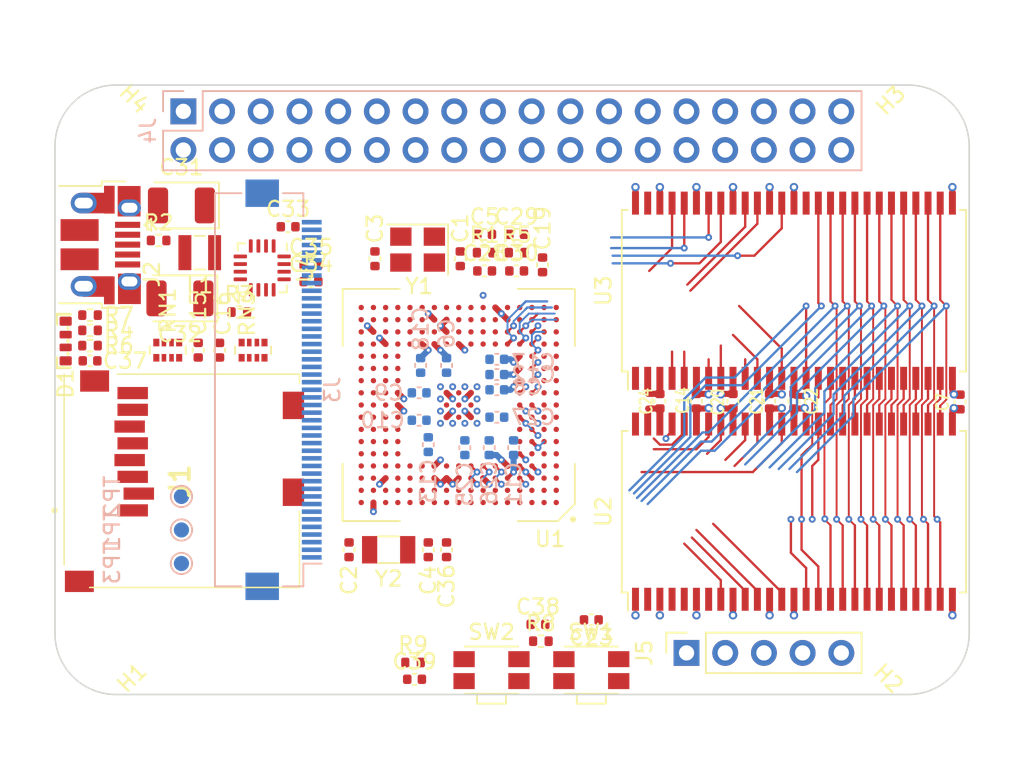
<source format=kicad_pcb>
(kicad_pcb (version 20211014) (generator pcbnew)
  (layers (0 "F.Cu" signal) (1 "In1.Cu" signal) (2 "In2.Cu" signal) (31 "B.Cu" signal) (34 "B.Paste" user) (35 "F.Paste" user) (36 "B.SilkS" user "B.Silkscreen") (37 "F.SilkS" user "F.Silkscreen") (38 "B.Mask" user) (39 "F.Mask" user) (44 "Edge.Cuts" user))
  (net 0 "")
  (net 1 "ad16")
  (net 2 "ad14")
  (net 3 "ad12")
  (net 6 "ad9")
  (net 7 "ad6")
  (net 11 "ad3")
  (net 16 "ad2")
  (net 21 "USBA-D-")
  (net 22 "USBA-D+")
  (net 26 "~{RST}")
  (net 29 "USBC-D-")
  (net 30 "VDD-CORE")
  (net 32 "USBC-D+")
  (net 33 "USBB-D-")
  (net 34 "USBB-D+")
  (net 35 "PMIC_SHDN")
  (net 38 "Net-(C5-Pad1)")
  (net 39 "/CPU Signals/hse-in")
  (net 40 "Net-(C29-Pad1)")
  (net 41 "/CPU Signals/lse-in")
  (net 49 "GND")
  (net 50 "/CPU Signals/hse-out")
  (net 51 "/CPU Signals/lse-out")
  (net 52 "/CPU Signals/pllrca")
  (net 53 "/CPU Signals/pllrcb")
  (net 56 "SDIO0-CD")
  (net 57 "SDIO0-DAT1")
  (net 58 "SDIO0-CLK")
  (net 59 "SDIO0-DAT2")
  (net 60 "SDIO0-CMD")
  (net 61 "SDIO0-DAT3")
  (net 62 "SDIO0-DAT0")
  (net 63 "DBG-TXD")
  (net 64 "DBG-RXD")
  (net 65 "VBUS")
  (net 67 "UART0-TX")
  (net 70 "/SDRAM/sdcs")
  (net 72 "UART0-RX")
  (net 75 "GPIO1")
  (net 77 "UART1-TX")
  (net 78 "UART1-RX")
  (net 79 "I2C-SCL")
  (net 80 "I2C-SDA")
  (net 81 "GPIO3")
  (net 82 "GPIO2")
  (net 83 "UART2-TX")
  (net 84 "UART2-RX")
  (net 85 "GPIO4")
  (net 86 "SPI-CLK")
  (net 87 "SPI-CS")
  (net 88 "SPI-MOSI")
  (net 89 "SPI-MISO")
  (net 95 "CAN-TX")
  (net 96 "CAN-RX")
  (net 97 "GPIOA1")
  (net 98 "GPIOA2")
  (net 99 "GPIOA3")
  (net 100 "GPIOA4")
  (net 101 "GPIOA5")
  (net 104 "ad15")
  (net 105 "ad13")
  (net 106 "ad11")
  (net 107 "ad7")
  (net 114 "ad4")
  (net 115 "ad1")
  (net 116 "ad17")
  (net 117 "ad8")
  (net 122 "/SDRAM/nbs1")
  (net 123 "ad10")
  (net 126 "ad5")
  (net 127 "ad0")
  (net 128 "/SDRAM/sda10")
  (net 130 "/SDRAM/sdcke")
  (net 132 "/SDRAM/ras")
  (net 133 "/SDRAM/nbs3")
  (net 134 "/SDRAM/sdwe")
  (net 135 "/SDRAM/sdck")
  (net 139 "/SDRAM/cas")
  (net 164 "dq0")
  (net 165 "dq1")
  (net 166 "dq2")
  (net 167 "dq3")
  (net 168 "dq4")
  (net 169 "dq5")
  (net 170 "dq6")
  (net 171 "dq8")
  (net 172 "dq10")
  (net 173 "dq7")
  (net 174 "dq9")
  (net 175 "dq11")
  (net 176 "dq12")
  (net 177 "dq13")
  (net 178 "dq15")
  (net 179 "dq18")
  (net 180 "dq14")
  (net 181 "dq17")
  (net 182 "dq31")
  (net 183 "dq16")
  (net 184 "dq30")
  (net 185 "dq22")
  (net 186 "dq24")
  (net 187 "dq28")
  (net 188 "dq19")
  (net 189 "dq21")
  (net 190 "dq27")
  (net 191 "dq29")
  (net 192 "dq20")
  (net 193 "dq23")
  (net 194 "dq26")
  (net 195 "dq25")
  (net 197 "VDD-DDR")
  (net 198 "VDD-IO")
  (net 206 "LCD-VDD")
  (net 207 "LCD-D0")
  (net 208 "LCD-D1")
  (net 209 "LCD-D2")
  (net 210 "LCD-D3")
  (net 211 "LCD-D4")
  (net 212 "LCD-D5")
  (net 213 "LCD-D6")
  (net 214 "LCD-D7")
  (net 215 "LCD-D8")
  (net 216 "LCD-D9")
  (net 217 "LCD-D10")
  (net 218 "LCD-D11")
  (net 219 "LCD-D12")
  (net 220 "LCD-D13")
  (net 221 "LCD-D14")
  (net 222 "LCD-D15")
  (net 223 "LCD-D16")
  (net 224 "LCD-D17")
  (net 225 "LCD-ENABLE")
  (net 226 "LCD-HSYNC")
  (net 227 "LCD-DCLK")
  (net 228 "LCD-VSYNC")
  (net 229 "Net-(C33-Pad1)")
  (net 231 "Net-(C34-Pad1)")
  (net 232 "Net-(C35-Pad1)")
  (net 233 "Net-(L1-Pad1)")
  (net 234 "Net-(L1-Pad2)")
  (net 235 "Net-(R2-Pad2)")
  (net 241 "Net-(C38-Pad1)")
  (net 242 "Net-(C39-Pad1)")
  (net 243 "Net-(D1-Pad1)")
  (net 244 "Net-(D1-Pad2)")
  (net 245 "Net-(D1-Pad3)")
  (net 246 "LED_RED")
  (net 247 "LED_GREEN")
  (net 248 "LED_BLUE")
  (net 249 "BTN_1")
  (net 250 "BTN_2")
  (footprint "Capacitor_SMD:C_0402_1005Metric" (layer "F.Cu") (at 119.3 90.5 -90)
    (fp_text reference "C2")
    (fp_text value "C_Small")
  )
  (footprint "microchip:QFN-16_3x3mm_P0.5mm" (layer "F.Cu") (at 113.6 72 -90)
    (fp_text reference "U4")
    (fp_text value "MIC2800")
  )
  (footprint "led:rgb-1204" (layer "F.Cu") (at 100.2 76.8 90)
    (fp_text reference "D1")
    (fp_text value "LED_RGBA")
  )
  (footprint "Capacitor_SMD:C_0402_1005Metric" (layer "F.Cu") (at 123.6 99)
    (fp_text reference "C39")
    (fp_text value "100nF")
  )
  (footprint "Capacitor_SMD:C_0402_1005Metric" (layer "F.Cu") (at 126.6 71.4 90)
    (fp_text reference "C1")
    (fp_text value "22pF")
  )
  (footprint "Capacitor_SMD:C_0402_1005Metric" (layer "F.Cu") (at 131.7 95.4)
    (fp_text reference "C38")
    (fp_text value "100nF")
  )
  (footprint "Resistor_SMD:R_0402_1005Metric" (layer "F.Cu") (at 102.3 77.1 180)
    (fp_text reference "R6")
    (fp_text value "180")
  )
  (footprint "MountingHole:MountingHole_2.7mm_M2.5_DIN965" (layer "F.Cu") (at 157 97 135)
    (fp_text reference "H2")
    (fp_text value "MountingHole")
  )
  (footprint "Capacitor_SMD:C_0402_1005Metric" (layer "F.Cu") (at 128.2 69.8)
    (fp_text reference "C5")
    (fp_text value "~")
  )
  (footprint "Inductor_SMD:L_Wuerth_MAPI-2512" (layer "F.Cu") (at 109.5 71 180)
    (fp_text reference "L1")
    (fp_text value "2.2uH")
  )
  (footprint "Capacitor_Tantalum_SMD:CP_EIA-3528-12_Kemet-T" (layer "F.Cu") (at 108.3 67.9 180)
    (fp_text reference "C31")
    (fp_text value "22uF")
  )
  (footprint "Crystal:Crystal_SMD_3215-2Pin_3.2x1.5mm" (layer "F.Cu") (at 121.9 90.5)
    (fp_text reference "Y2")
    (fp_text value "32.768kHz")
  )
  (footprint "Resistor_SMD:R_0402_1005Metric" (layer "F.Cu") (at 102.3 76.1 180)
    (fp_text reference "R4")
    (fp_text value "180")
  )
  (footprint "MountingHole:MountingHole_2.7mm_M2.5_DIN965" (layer "F.Cu") (at 157 63 45)
    (fp_text reference "H3")
    (fp_text value "MountingHole")
  )
  (footprint "Button_Switch_SMD:SW_SPST_EVQP7C" (layer "F.Cu") (at 135.2 98.4)
    (fp_text reference "SW1")
    (fp_text value "SW_Push")
  )
  (footprint "Capacitor_SMD:C_0402_1005Metric" (layer "F.Cu") (at 124.5 90.5 -90)
    (fp_text reference "C4")
    (fp_text value "C_Small")
  )
  (footprint "Capacitor_SMD:C_0402_1005Metric" (layer "F.Cu") (at 116.8 72.9)
    (fp_text reference "C34")
    (fp_text value "10nF")
  )
  (footprint "Package_SO:TSOP-II-54_22.2x10.16mm_P0.8mm" (layer "F.Cu") (at 148.5 73.5 90)
    (fp_text reference "U3")
    (fp_text value "MT48LC16M16A2P")
  )
  (footprint "Resistor_SMD:R_0402_1005Metric" (layer "F.Cu") (at 128.2 71)
    (fp_text reference "R1")
    (fp_text value "~")
  )
  (footprint "Capacitor_SMD:C_0402_1005Metric" (layer "F.Cu") (at 139.7 80.75 -90)
    (fp_text reference "C24")
    (fp_text value "100nF")
  )
  (footprint "Capacitor_SMD:C_0402_1005Metric" (layer "F.Cu") (at 121 71.4 90)
    (fp_text reference "C3")
    (fp_text value "22pF")
  )
  (footprint "Capacitor_SMD:C_0402_1005Metric" (layer "F.Cu") (at 115.3 69.3)
    (fp_text reference "C33")
    (fp_text value "100nF")
  )
  (footprint "Capacitor_SMD:C_0402_1005Metric" (layer "F.Cu") (at 116.8 71.8)
    (fp_text reference "C35")
    (fp_text value "100nF")
  )
  (footprint "Resistor_SMD:R_0402_1005Metric" (layer "F.Cu") (at 102.3 75.1 180)
    (fp_text reference "R7")
    (fp_text value "180")
  )
  (footprint "Capacitor_SMD:C_0402_1005Metric" (layer "F.Cu") (at 110.8 77.4 90)
    (fp_text reference "C16")
    (fp_text value "100nF")
  )
  (footprint "Resistor_SMD:R_0402_1005Metric" (layer "F.Cu") (at 130.3 71)
    (fp_text reference "R5")
    (fp_text value "~")
  )
  (footprint "Package_SO:TSOP-II-54_22.2x10.16mm_P0.8mm" (layer "F.Cu") (at 148.5 88 90)
    (fp_text reference "U2")
    (fp_text value "MT48LC16M16A2P")
  )
  (footprint "Connector_PinSocket_2.54mm:PinSocket_1x05_P2.54mm_Vertical" (layer "F.Cu") (at 141.45 97.27 90)
    (fp_text reference "J5")
    (fp_text value "Conn_01x05")
  )
  (footprint "Button_Switch_SMD:SW_SPST_EVQP7C" (layer "F.Cu") (at 128.65 98.4)
    (fp_text reference "SW2")
    (fp_text value "SW_Push")
  )
  (footprint "Capacitor_SMD:C_0402_1005Metric" (layer "F.Cu") (at 132 71.8 90)
    (fp_text reference "C19")
    (fp_text value "100nF")
  )
  (footprint "MountingHole:MountingHole_2.7mm_M2.5_DIN965" (layer "F.Cu") (at 103 97 45)
    (fp_text reference "H1")
    (fp_text value "MountingHole")
  )
  (footprint "Capacitor_Tantalum_SMD:CP_EIA-3528-12_Kemet-T" (layer "F.Cu") (at 108.2 74 180)
    (fp_text reference "C32")
    (fp_text value "22uF")
  )
  (footprint "Capacitor_SMD:C_0402_1005Metric" (layer "F.Cu") (at 125.7 90.5 -90)
    (fp_text reference "C36")
    (fp_text value "100nF")
  )
  (footprint "Crystal:Crystal_SMD_3225-4Pin_3.2x2.5mm" (layer "F.Cu") (at 123.8 70.8 180)
    (fp_text reference "Y1")
    (fp_text value "18.432MHz")
  )
  (footprint "Resistor_SMD:R_0402_1005Metric" (layer "F.Cu") (at 106.8 70.2)
    (fp_text reference "R2")
    (fp_text value "R_Small")
  )
  (footprint "Capacitor_SMD:C_0402_1005Metric" (layer "F.Cu") (at 130.3 72.2)
    (fp_text reference "C30")
    (fp_text value "~")
  )
  (footprint "Capacitor_SMD:C_0402_1005Metric" (layer "F.Cu") (at 128.2 72.2)
    (fp_text reference "C28")
    (fp_text value "~")
  )
  (footprint "Capacitor_SMD:C_0402_1005Metric" (layer "F.Cu") (at 130.3 69.8)
    (fp_text reference "C29")
    (fp_text value "~")
  )
  (footprint "Capacitor_SMD:C_0402_1005Metric" (layer "F.Cu") (at 159.4 80.8 -90)
    (fp_text reference "C7")
    (fp_text value "100nF")
  )
  (footprint "Connector_USB:USB_Micro-B_Amphenol_10103594-0001LF_Horizontal" (layer "F.Cu") (at 103 70.5 -90)
    (fp_text reference "J2")
    (fp_text value "USB_B_Micro")
  )
  (footprint "Resistor_SMD:R_Array_Convex_4x0402" (layer "F.Cu") (at 107.4 77.4 90)
    (fp_text reference "RN1")
    (fp_text value "10k")
  )
  (footprint "Resistor_SMD:R_Array_Convex_4x0402" (layer "F.Cu") (at 113 77.4 90)
    (fp_text reference "RN3")
    (fp_text value "10k")
  )
  (footprint "Capacitor_SMD:C_0402_1005Metric" (layer "F.Cu") (at 135.2 95.1 180)
    (fp_text reference "C23")
    (fp_text value "100nF")
  )
  (footprint "Capacitor_SMD:C_0402_1005Metric" (layer "F.Cu") (at 146.9 80.75 90)
    (fp_text reference "C21")
    (fp_text value "100nF")
  )
  (footprint "gct:MEM20610118800A" (layer "F.Cu") (at 105.1 80.215 -90)
    (fp_text reference "J1")
    (fp_text value "Micro_SD_Card_Det" hide)
  )
  (footprint "MountingHole:MountingHole_2.7mm_M2.5_DIN965" (layer "F.Cu") (at 103 63 -45)
    (fp_text reference "H4")
    (fp_text value "MountingHole")
  )
  (footprint "Resistor_SMD:R_0402_1005Metric" (layer "F.Cu") (at 123.5 97.9)
    (fp_text reference "R9")
    (fp_text value "1k")
  )
  (footprint "Capacitor_SMD:C_0402_1005Metric" (layer "F.Cu") (at 142.1 80.75 90)
    (fp_text reference "C14")
    (fp_text value "100nF")
  )
  (footprint "Resistor_SMD:R_0402_1005Metric" (layer "F.Cu") (at 131.89 96.5)
    (fp_text reference "R8")
    (fp_text value "1k")
  )
  (footprint "microchip:AT91SAM9G10" (layer "F.Cu") (at 126.5 81 180)
    (fp_text reference "U1")
    (fp_text value "AT91SAM9G10")
  )
  (footprint "Resistor_SMD:R_0402_1005Metric" (layer "F.Cu") (at 112.1 74.9)
    (fp_text reference "R3")
    (fp_text value "R_Small")
  )
  (footprint "Capacitor_SMD:C_0402_1005Metric" (layer "F.Cu") (at 144.5 80.75 -90)
    (fp_text reference "C20")
    (fp_text value "100nF")
  )
  (footprint "Capacitor_SMD:C_0402_1005Metric" (layer "F.Cu") (at 102.3 78.1)
    (fp_text reference "C37")
    (fp_text value "1uF")
  )
  (footprint "Capacitor_SMD:C_0402_1005Metric" (layer "F.Cu") (at 148.5 80.75 -90)
    (fp_text reference "C22")
    (fp_text value "100nF")
  )
  (footprint "Capacitor_SMD:C_0402_1005Metric" (layer "F.Cu") (at 109.4 77.4 90)
    (fp_text reference "C15")
    (fp_text value "1uF")
  )
  (footprint "Capacitor_SMD:C_0402_1005Metric" (layer "B.Cu") (at 125.7 78.4 -90)
    (fp_text reference "C6")
    (fp_text value "100nF")
  )
  (footprint "Capacitor_SMD:C_0402_1005Metric" (layer "B.Cu") (at 129 79 180)
    (fp_text reference "C12")
    (fp_text value "100nF")
  )
  (footprint "Capacitor_SMD:C_0402_1005Metric" (layer "B.Cu") (at 126.9 83.8 90)
    (fp_text reference "C25")
    (fp_text value "100nF")
  )
  (footprint "Capacitor_SMD:C_0402_1005Metric" (layer "B.Cu") (at 123.9 82)
    (fp_text reference "C10")
    (fp_text value "100nF")
  )
  (footprint "Capacitor_SMD:C_0402_1005Metric" (layer "B.Cu") (at 129 78 180)
    (fp_text reference "C17")
    (fp_text value "100nF")
  )
  (footprint "Capacitor_SMD:C_0402_1005Metric" (layer "B.Cu") (at 130.1 83.8 90)
    (fp_text reference "C11")
    (fp_text value "100nF")
  )
  (footprint "Capacitor_SMD:C_0402_1005Metric" (layer "B.Cu") (at 124.5 83.6 90)
    (fp_text reference "C13")
    (fp_text value "100nF")
  )
  (footprint "Capacitor_SMD:C_0402_1005Metric" (layer "B.Cu") (at 129 81.8 180)
    (fp_text reference "C27")
    (fp_text value "100nF")
  )
  (footprint "Connector_PinHeader_2.54mm:PinHeader_2x18_P2.54mm_Vertical" (layer "B.Cu") (at 108.425 61.725 -90)
    (fp_text reference "J4")
    (fp_text value "Conn_02x18_Odd_Even")
  )
  (footprint "Capacitor_SMD:C_0402_1005Metric" (layer "B.Cu") (at 128.5 83.8 90)
    (fp_text reference "C26")
    (fp_text value "100nF")
  )
  (footprint "Capacitor_SMD:C_0402_1005Metric" (layer "B.Cu") (at 124 78.4 -90)
    (fp_text reference "C18")
    (fp_text value "100nF")
  )
  (footprint "Capacitor_SMD:C_0402_1005Metric" (layer "B.Cu") (at 123.9 80.2)
    (fp_text reference "C9")
    (fp_text value "100nF")
  )
  (footprint "TestPoint:TestPoint_Pad_D1.0mm" (layer "B.Cu") (at 108.3 91.4 90)
    (fp_text reference "TP3")
    (fp_text value "TestPoint")
  )
  (footprint "TestPoint:TestPoint_Pad_D1.0mm" (layer "B.Cu") (at 108.3 87 90)
    (fp_text reference "TP2")
    (fp_text value "TestPoint")
  )
  (footprint "Capacitor_SMD:C_0402_1005Metric" (layer "B.Cu") (at 129 80 180)
    (fp_text reference "C8")
    (fp_text value "100nF")
  )
  (footprint "Connector_FFC-FPC:Hirose_FH12-45S-0.5SH_1x45-1MP_P0.50mm_Horizontal" (layer "B.Cu") (at 115 80 90)
    (fp_text reference "J3")
    (fp_text value "Conn_2Rows-45Pins")
  )
  (footprint "TestPoint:TestPoint_Pad_D1.0mm" (layer "B.Cu") (at 108.3 89.2 90)
    (fp_text reference "TP1")
    (fp_text value "TestPoint")
  )
  (gr_line (start 100 64) (end 100 96) (layer "Edge.Cuts") (width 0.1))
  (gr_line (start 156 100) (end 104 100) (layer "Edge.Cuts") (width 0.1))
  (gr_arc (start 100 64) (mid 101.171573 61.171573) (end 104 60) (layer "Edge.Cuts") (width 0.1))
  (gr_arc (start 156 60) (mid 158.828427 61.171573) (end 160 64) (layer "Edge.Cuts") (width 0.1))
  (gr_arc (start 160 96) (mid 158.828427 98.828427) (end 156 100) (layer "Edge.Cuts") (width 0.1))
  (gr_line (start 104 60) (end 156 60) (layer "Edge.Cuts") (width 0.1))
  (gr_line (start 160 64) (end 160 96) (layer "Edge.Cuts") (width 0.1))
  (gr_arc (start 104 100) (mid 101.171573 98.828427) (end 100 96) (layer "Edge.Cuts") (width 0.1))
  (segment (start 152.9 81) (end 153.3 80.6) (width 0.127) (layer "F.Cu") (net 1))
  (segment (start 153.3 88.9) (end 152.9 88.5) (width 0.127) (layer "F.Cu") (net 1))
  (segment (start 152.9 88.5) (end 152.9 81) (width 0.127) (layer "F.Cu") (net 1))
  (segment (start 153.3 93.75) (end 153.3 88.9) (width 0.154) (layer "F.Cu") (net 1))
  (segment (start 153.3 79.25) (end 153.3 80.6) (width 0.154) (layer "F.Cu") (net 1))
  (via (at 152.9 88.5) (size 0.45) (drill 0.2) (layers "F.Cu" "B.Cu") (net 1))
  (segment (start 152.8 74.5) (end 152.5 74.2) (width 0.127) (layer "F.Cu") (net 2))
  (segment (start 152.9 80.6) (end 152.9 74.6) (width 0.127) (layer "F.Cu") (net 2))
  (segment (start 152.9 74.6) (end 152.8 74.5) (width 0.127) (layer "F.Cu") (net 2))
  (segment (start 152.5 67.75) (end 152.5 74.2) (width 0.154) (layer "F.Cu") (net 2))
  (segment (start 152.5 82.25) (end 152.5 81) (width 0.154) (layer "F.Cu") (net 2))
  (segment (start 152.5 81) (end 152.9 80.6) (width 0.127) (layer "F.Cu") (net 2))
  (via (at 152.8 74.5) (size 0.45) (drill 0.2) (layers "F.Cu" "B.Cu") (net 2))
  (segment (start 142.4 84) (end 138.9 87.5) (width 0.154) (layer "B.Cu") (net 2))
  (segment (start 152.8 74.5) (end 143.3 84) (width 0.154) (layer "B.Cu") (net 2))
  (segment (start 143.3 84) (end 142.4 84) (width 0.154) (layer "B.Cu") (net 2))
  (segment (start 155.7 81) (end 156.1 80.6) (width 0.127) (layer "F.Cu") (net 6))
  (segment (start 156.1 80.6) (end 156.1 74.5) (width 0.127) (layer "F.Cu") (net 6))
  (segment (start 155.7 82.25) (end 155.7 81) (width 0.154) (layer "F.Cu") (net 6))
  (segment (start 155.7 74.1) (end 155.7 67.75) (width 0.154) (layer "F.Cu") (net 6))
  (segment (start 156.1 74.5) (end 155.7 74.1) (width 0.127) (layer "F.Cu") (net 6))
  (via (at 156.1 74.5) (size 0.45) (drill 0.2) (layers "F.Cu" "B.Cu") (net 6))
  (segment (start 150.5 80.1) (end 150.5 81.5) (width 0.154) (layer "B.Cu") (net 6))
  (segment (start 150.5 81.5) (end 146.9 85.1) (width 0.154) (layer "B.Cu") (net 6))
  (segment (start 156.1 74.5) (end 150.5 80.1) (width 0.154) (layer "B.Cu") (net 6))
  (segment (start 158.1 82.25) (end 158.1 81.05) (width 0.16) (layer "F.Cu") (net 7))
  (segment (start 158.1 81.05) (end 158.5 80.65) (width 0.127) (layer "F.Cu") (net 7))
  (segment (start 158.1 74.1) (end 158.5 74.5) (width 0.127) (layer "F.Cu") (net 7))
  (segment (start 158.1 74.1) (end 158.1 67.75) (width 0.154) (layer "F.Cu") (net 7))
  (segment (start 158.5 80.65) (end 158.5 74.5) (width 0.127) (layer "F.Cu") (net 7))
  (via (at 158.5 74.5) (size 0.45) (drill 0.2) (layers "F.Cu" "B.Cu") (net 7))
  (segment (start 152.4 80.6) (end 152.4 81.7) (width 0.154) (layer "B.Cu") (net 7))
  (segment (start 158.5 74.5) (end 152.4 80.6) (width 0.154) (layer "B.Cu") (net 7))
  (segment (start 152.4 81.7) (end 148.7 85.4) (width 0.154) (layer "B.Cu") (net 7))
  (segment (start 156.5 79.25) (end 156.5 80.6) (width 0.154) (layer "F.Cu") (net 11))
  (segment (start 156.5 88.9) (end 156.5 93.75) (width 0.154) (layer "F.Cu") (net 11))
  (segment (start 156.1 81) (end 156.5 80.6) (width 0.127) (layer "F.Cu") (net 11))
  (segment (start 156.1 88.5) (end 156.5 88.9) (width 0.127) (layer "F.Cu") (net 11))
  (segment (start 156.1 81) (end 156.1 88.5) (width 0.127) (layer "F.Cu") (net 11))
  (via (at 156.1 88.5) (size 0.45) (drill 0.2) (layers "F.Cu" "B.Cu") (net 11))
  (segment (start 155.3 88.5) (end 155.7 88.9) (width 0.127) (layer "F.Cu") (net 16))
  (segment (start 155.7 79.25) (end 155.7 80.6) (width 0.154) (layer "F.Cu") (net 16))
  (segment (start 155.3 81) (end 155.3 88.5) (width 0.127) (layer "F.Cu") (net 16))
  (segment (start 155.3 81) (end 155.7 80.6) (width 0.127) (layer "F.Cu") (net 16))
  (segment (start 155.7 88.9) (end 155.7 93.75) (width 0.154) (layer "F.Cu") (net 16))
  (via (at 155.3 88.5) (size 0.45) (drill 0.2) (layers "F.Cu" "B.Cu") (net 16))
  (segment (start 122.5 80.2) (end 122.9 80.6) (width 0.4) (layer "F.Cu") (net 30))
  (segment (start 124.1 77) (end 124.5 77.4) (width 0.4) (layer "F.Cu") (net 30))
  (segment (start 129.7 85) (end 129.3 84.6) (width 0.4) (layer "F.Cu") (net 30))
  (segment (start 130.5 78.6) (end 130.1 79) (width 0.4) (layer "F.Cu") (net 30))
  (via (at 130.1 79) (size 0.45) (drill 0.2) (layers "F.Cu" "B.Cu") (net 30))
  (via (at 122.9 80.6) (size 0.45) (drill 0.2) (layers "F.Cu" "B.Cu") (net 30))
  (via (at 129.3 84.6) (size 0.45) (drill 0.2) (layers "F.Cu" "B.Cu") (net 30))
  (via (at 124.5 77.4) (size 0.45) (drill 0.2) (layers "F.Cu" "B.Cu") (net 30))
  (segment (start 128.98 84.28) (end 129.3 84.6) (width 0.4) (layer "B.Cu") (net 30))
  (segment (start 128.5 84.28) (end 128.98 84.28) (width 0.4) (layer "B.Cu") (net 30))
  (segment (start 124 77.92) (end 124 77.9) (width 0.4) (layer "B.Cu") (net 30))
  (segment (start 129.48 79) (end 130.1 79) (width 0.4) (layer "B.Cu") (net 30))
  (segment (start 124 77.9) (end 124.5 77.4) (width 0.4) (layer "B.Cu") (net 30))
  (segment (start 128.1 85.8) (end 128.5 86.2) (width 0.4) (layer "F.Cu") (net 49))
  (segment (start 148.5 82.25) (end 148.5 81.23) (width 0.4) (layer "F.Cu") (net 49))
  (segment (start 142.1 79.25) (end 142.1 80.27) (width 0.4) (layer "F.Cu") (net 49))
  (segment (start 146.9 93.75) (end 146.9 94.8) (width 0.4) (layer "F.Cu") (net 49))
  (segment (start 120.9 76.2) (end 120.5 75.8) (width 0.4) (layer "F.Cu") (net 49))
  (segment (start 127.3 81.8) (end 126.9 81.4) (width 0.4) (layer "F.Cu") (net 49))
  (segment (start 138.1 67.75) (end 138.1 66.7) (width 0.4) (layer "F.Cu") (net 49))
  (segment (start 126.5 77) (end 126.9 77.4) (width 0.4) (layer "F.Cu") (net 49))
  (segment (start 120.9 87.4) (end 120.9 88) (width 0.4) (layer "F.Cu") (net 49))
  (segment (start 149.17 81.23) (end 149.2 81.2) (width 0.4) (layer "F.Cu") (net 49))
  (segment (start 144.5 67.75) (end 144.5 66.7) (width 0.4) (layer "F.Cu") (net 49))
  (segment (start 127.3 80.2) (end 126.9 80.6) (width 0.4) (layer "F.Cu") (net 49))
  (segment (start 146.9 79.25) (end 146.9 80.27) (width 0.4) (layer "F.Cu") (net 49))
  (segment (start 131.3 85) (end 131.7 85.4) (width 0.25) (layer "F.Cu") (net 49))
  (segment (start 124.9 75.4) (end 124.5 75) (width 0.4) (layer "F.Cu") (net 49))
  (segment (start 131.3 76.2) (end 131.7 75.8) (width 0.154) (layer "F.Cu") (net 49))
  (segment (start 125.7 85.8) (end 126.1 86.2) (width 0.4) (layer "F.Cu") (net 49))
  (segment (start 148.5 81.23) (end 149.17 81.23) (width 0.4) (layer "F.Cu") (net 49))
  (segment (start 142.1 80.27) (end 142.87 80.27) (width 0.4) (layer "F.Cu") (net 49))
  (segment (start 143.73 81.23) (end 143.7 81.2) (width 0.4) (layer "F.Cu") (net 49))
  (segment (start 125.7 81.8) (end 126.1 81.4) (width 0.4) (layer "F.Cu") (net 49))
  (segment (start 124.9 85.8) (end 125.3 86.2) (width 0.4) (layer "F.Cu") (net 49))
  (segment (start 144.5 81.23) (end 143.73 81.23) (width 0.4) (layer "F.Cu") (net 49))
  (segment (start 125.7 80.2) (end 126.1 80.6) (width 0.4) (layer "F.Cu") (net 49))
  (segment (start 139.7 81.23) (end 138.93 81.23) (width 0.4) (layer "F.Cu") (net 49))
  (segment (start 126.5 85.8) (end 126.1 86.2) (width 0.4) (layer "F.Cu") (net 49))
  (segment (start 158.9 82.25) (end 158.9 81.3) (width 0.4) (layer "F.Cu") (net 49))
  (segment (start 148.5 67.75) (end 148.5 66.7) (width 0.4) (layer "F.Cu") (net 49))
  (segment (start 125.3 86.2) (end 125.7 85.8) (width 0.4) (layer "F.Cu") (net 49))
  (segment (start 147.67 80.27) (end 147.7 80.3) (width 0.4) (layer "F.Cu") (net 49))
  (segment (start 144.5 82.25) (end 144.5 81.23) (width 0.4) (layer "F.Cu") (net 49))
  (segment (start 146.9 80.27) (end 147.67 80.27) (width 0.4) (layer "F.Cu") (net 49))
  (segment (start 158.9 81.3) (end 159 81.2) (width 0.4) (layer "F.Cu") (net 49))
  (segment (start 131.3 81) (end 131.7 81.4) (width 0.154) (layer "F.Cu") (net 49))
  (segment (start 139.7 82.25) (end 139.7 81.23) (width 0.4) (layer "F.Cu") (net 49))
  (segment (start 142.87 80.27) (end 142.9 80.3) (width 0.4) (layer "F.Cu") (net 49))
  (segment (start 139.7 67.75) (end 139.7 66.7) (width 0.4) (layer "F.Cu") (net 49))
  (segment (start 159.4 81.28) (end 159.08 81.28) (width 0.4) (layer "F.Cu") (net 49))
  (segment (start 158.9 67.75) (end 158.9 66.7) (width 0.4) (layer "F.Cu") (net 49))
  (segment (start 159.08 81.28) (end 159 81.2) (width 0.4) (layer "F.Cu") (net 49))
  (via (at 127.7 79.8) (size 0.45) (drill 0.2) (layers "F.Cu" "B.Cu") (net 49))
  (via (at 126.1 79.8) (size 0.45) (drill 0.2) (layers "F.Cu" "B.Cu") (net 49))
  (via (at 128.5 86.2) (size 0.45) (drill 0.2) (layers "F.Cu" "B.Cu") (net 49))
  (via (at 120.9 88) (size 0.45) (drill 0.2) (layers "F.Cu" "B.Cu") (net 49))
  (via (at 142.1 94.8) (size 0.55) (drill 0.3) (layers "F.Cu" "B.Cu") (net 49))
  (via (at 120.5 75.8) (size 0.45) (drill 0.2) (layers "F.Cu" "B.Cu") (net 49))
  (via (at 126.9 81.4) (size 0.45) (drill 0.2) (layers "F.Cu" "B.Cu") (net 49))
  (via (at 126.9 79.8) (size 0.45) (drill 0.2) (layers "F.Cu" "B.Cu") (net 49))
  (via (at 131.7 75.8) (size 0.45) (drill 0.2) (layers "F.Cu" "B.Cu") (net 49))
  (via (at 128.1 73.8) (size 0.45) (drill 0.2) (layers "F.Cu" "B.Cu") (net 49))
  (via (at 131.7 85.4) (size 0.45) (drill 0.2) (layers "F.Cu" "B.Cu") (net 49))
  (via (at 125.3 81.4) (size 0.45) (drill 0.2) (layers "F.Cu" "B.Cu") (net 49))
  (via (at 126.1 81.4) (size 0.45) (drill 0.2) (layers "F.Cu" "B.Cu") (net 49))
  (via (at 144.5 66.7) (size 0.55) (drill 0.3) (layers "F.Cu" "B.Cu") (net 49))
  (via (at 148.5 66.7) (size 0.55) (drill 0.3) (layers "F.Cu" "B.Cu") (net 49))
  (via (at 127.7 81.4) (size 0.45) (drill 0.2) (layers "F.Cu" "B.Cu") (net 49))
  (via (at 147.7 80.3) (size 0.55) (drill 0.3) (layers "F.Cu" "B.Cu") (net 49))
  (via (at 138.1 66.7) (size 0.55) (drill 0.3) (layers "F.Cu" "B.Cu") (net 49))
  (via (at 126.9 77.4) (size 0.45) (drill 0.2) (layers "F.Cu" "B.Cu") (net 49))
  (via (at 159 81.2) (size 0.55) (drill 0.3) (layers "F.Cu" "B.Cu") (net 49))
  (via (at 127.7 80.6) (size 0.45) (drill 0.2) (layers "F.Cu" "B.Cu") (net 49))
  (via (at 126.1 80.6) (size 0.45) (drill 0.2) (layers "F.Cu" "B.Cu") (net 49))
  (via (at 131.7 81.4) (size 0.45) (drill 0.2) (layers "F.Cu" "B.Cu") (net 49))
  (via (at 125.3 79.8) (size 0.45) (drill 0.2) (layers "F.Cu" "B.Cu") (net 49))
  (via (at 125.3 80.6) (size 0.45) (drill 0.2) (layers "F.Cu" "B.Cu") (net 49))
  (via (at 158.9 66.7) (size 0.55) (drill 0.3) (layers "F.Cu" "B.Cu") (net 49))
  (via (at 127.7 82.2) (size 0.45) (drill 0.2) (layers "F.Cu" "B.Cu") (net 49))
  (via (at 126.1 82.2) (size 0.45) (drill 0.2) (layers "F.Cu" "B.Cu") (net 49))
  (via (at 126.9 82.2) (size 0.45) (drill 0.2) (layers "F.Cu" "B.Cu") (net 49))
  (via (at 125.3 86.2) (size 0.45) (drill 0.2) (layers "F.Cu" "B.Cu") (net 49))
  (via (at 143.7 81.2) (size 0.55) (drill 0.3) (layers "F.Cu" "B.Cu") (net 49))
  (via (at 142.9 80.3) (size 0.55) (drill 0.3) (layers "F.Cu" "B.Cu") (net 49))
  (via (at 149.2 81.2) (size 0.55) (drill 0.3) (layers "F.Cu" "B.Cu") (net 49))
  (via (at 126.9 80.6) (size 0.45) (drill 0.2) (layers "F.Cu" "B.Cu") (net 49))
  (via (at 139.7 66.7) (size 0.55) (drill 0.3) (layers "F.Cu" "B.Cu") (net 49))
  (via (at 126.1 86.2) (size 0.45) (drill 0.2) (layers "F.Cu" "B.Cu") (net 49))
  (via (at 146.9 94.8) (size 0.55) (drill 0.3) (layers "F.Cu" "B.Cu") (net 49))
  (via (at 124.5 75) (size 0.45) (drill 0.2) (layers "F.Cu" "B.Cu") (net 49))
  (via (at 125.3 82.2) (size 0.45) (drill 0.2) (layers "F.Cu" "B.Cu") (net 49))
  (segment (start 152.1 81) (end 152.5 80.6) (width 0.127) (layer "F.Cu") (net 70))
  (segment (start 152.1 88.5) (end 152.1 81) (width 0.127) (layer "F.Cu") (net 70))
  (segment (start 152.5 79.25) (end 152.5 80.6) (width 0.154) (layer "F.Cu") (net 70))
  (segment (start 152.5 93.75) (end 152.5 88.9) (width 0.154) (layer "F.Cu") (net 70))
  (segment (start 152.5 88.9) (end 152.1 88.5) (width 0.127) (layer "F.Cu") (net 70))
  (via (at 152.1 88.5) (size 0.45) (drill 0.2) (layers "F.Cu" "B.Cu") (net 70))
  (segment (start 153.3 81) (end 153.7 80.6) (width 0.127) (layer "F.Cu") (net 105))
  (segment (start 153.7 74.6) (end 153.6 74.5) (width 0.127) (layer "F.Cu") (net 105))
  (segment (start 153.3 74.2) (end 153.3 67.75) (width 0.154) (layer "F.Cu") (net 105))
  (segment (start 153.6 74.5) (end 153.3 74.2) (width 0.127) (layer "F.Cu") (net 105))
  (segment (start 153.3 82.25) (end 153.3 81) (width 0.154) (layer "F.Cu") (net 105))
  (segment (start 153.7 80.6) (end 153.7 74.6) (width 0.127) (layer "F.Cu") (net 105))
  (via (at 153.6 74.5) (size 0.45) (drill 0.2) (layers "F.Cu" "B.Cu") (net 105))
  (segment (start 153.6 74.5) (end 148.3 79.8) (width 0.154) (layer "B.Cu") (net 105))
  (segment (start 148.3 79.8) (end 148.3 81.3) (width 0.154) (layer "B.Cu") (net 105))
  (segment (start 148.3 81.3) (end 145.2 84.4) (width 0.154) (layer "B.Cu") (net 105))
  (segment (start 154.1 81) (end 154.5 80.6) (width 0.127) (layer "F.Cu") (net 106))
  (segment (start 154.4 74.5) (end 154.1 74.2) (width 0.127) (layer "F.Cu") (net 106))
  (segment (start 154.1 82.25) (end 154.1 81) (width 0.154) (layer "F.Cu") (net 106))
  (segment (start 154.5 80.6) (end 154.5 74.6) (width 0.127) (layer "F.Cu") (net 106))
  (segment (start 154.5 74.6) (end 154.4 74.5) (width 0.127) (layer "F.Cu") (net 106))
  (segment (start 154.1 74.2) (end 154.1 67.75) (width 0.154) (layer "F.Cu") (net 106))
  (via (at 154.4 74.5) (size 0.45) (drill 0.2) (layers "F.Cu" "B.Cu") (net 106))
  (segment (start 148.7 81.5) (end 145.3 84.9) (width 0.154) (layer "B.Cu") (net 106))
  (segment (start 148.7 80.2) (end 148.7 81.5) (width 0.154) (layer "B.Cu") (net 106))
  (segment (start 154.4 74.5) (end 148.7 80.2) (width 0.154) (layer "B.Cu") (net 106))
  (segment (start 157.3 74.1) (end 157.3 67.75) (width 0.154) (layer "F.Cu") (net 107))
  (segment (start 157.3 81) (end 157.7 80.6) (width 0.127) (layer "F.Cu") (net 107))
  (segment (start 157.7 74.5) (end 157.3 74.1) (width 0.127) (layer "F.Cu") (net 107))
  (segment (start 157.7 80.6) (end 157.7 74.5) (width 0.127) (layer "F.Cu") (net 107))
  (segment (start 157.3 82.25) (end 157.3 81) (width 0.154) (layer "F.Cu") (net 107))
  (via (at 157.7 74.5) (size 0.45) (drill 0.2) (layers "F.Cu" "B.Cu") (net 107))
  (segment (start 151.8 80.4) (end 151.8 81.6) (width 0.154) (layer "B.Cu") (net 107))
  (segment (start 151.8 81.6) (end 148.2 85.2) (width 0.154) (layer "B.Cu") (net 107))
  (segment (start 157.7 74.5) (end 151.8 80.4) (width 0.154) (layer "B.Cu") (net 107))
  (segment (start 156.9 81) (end 156.9 88.4) (width 0.127) (layer "F.Cu") (net 114))
  (segment (start 157.3 79.25) (end 157.3 80.6) (width 0.154) (layer "F.Cu") (net 114))
  (segment (start 156.9 88.4) (end 157 88.5) (width 0.127) (layer "F.Cu") (net 114))
  (segment (start 156.9 81) (end 157.3 80.6) (width 0.127) (layer "F.Cu") (net 114))
  (segment (start 157 88.5) (end 157.3 88.8) (width 0.127) (layer "F.Cu") (net 114))
  (segment (start 157.3 88.8) (end 157.3 93.75) (width 0.154) (layer "F.Cu") (net 114))
  (via (at 157 88.5) (size 0.45) (drill 0.2) (layers "F.Cu" "B.Cu") (net 114))
  (segment (start 149.3 79.25) (end 149.3 74.5) (width 0.154) (layer "F.Cu") (net 115))
  (via (at 149.3 74.5) (size 0.45) (drill 0.2) (layers "F.Cu" "B.Cu") (net 115))
  (segment (start 149.3 74.5) (end 144.6 79.2) (width 0.154) (layer "B.Cu") (net 115))
  (segment (start 141.3 80.6) (end 141.3 83) (width 0.154) (layer "B.Cu") (net 115))
  (segment (start 144.6 79.2) (end 142.7 79.2) (width 0.154) (layer "B.Cu") (net 115))
  (segment (start 141.3 83) (end 137.7 86.6) (width 0.154) (layer "B.Cu") (net 115))
  (segment (start 142.7 79.2) (end 141.3 80.6) (width 0.154) (layer "B.Cu") (net 115))
  (segment (start 153.7 81) (end 154.1 80.6) (width 0.127) (layer "F.Cu") (net 116))
  (segment (start 153.7 88.5) (end 154.1 88.9) (width 0.127) (layer "F.Cu") (net 116))
  (segment (start 154.1 79.25) (end 154.1 80.6) (width 0.154) (layer "F.Cu") (net 116))
  (segment (start 130.5 85.8) (end 130.9 86.2) (width 0.154) (layer "F.Cu") (net 116))
  (segment (start 153.7 81) (end 153.7 88.5) (width 0.127) (layer "F.Cu") (net 116))
  (segment (start 154.1 88.9) (end 154.1 93.75) (width 0.154) (layer "F.Cu") (net 116))
  (via (at 130.9 86.2) (size 0.45) (drill 0.2) (layers "F.Cu" "B.Cu") (net 116))
  (via (at 153.7 88.5) (size 0.45) (drill 0.2) (layers "F.Cu" "B.Cu") (net 116))
  (segment (start 156.5 82.25) (end 156.5 81) (width 0.154) (layer "F.Cu") (net 117))
  (segment (start 156.9 80.6) (end 156.9 74.5) (width 0.127) (layer "F.Cu") (net 117))
  (segment (start 128.9 85.8) (end 129.3 86.2) (width 0.154) (layer "F.Cu") (net 117))
  (segment (start 156.5 81) (end 156.9 80.6) (width 0.127) (layer "F.Cu") (net 117))
  (segment (start 156.9 74.5) (end 156.5 74.1) (width 0.127) (layer "F.Cu") (net 117))
  (segment (start 156.5 74.1) (end 156.5 67.75) (width 0.154) (layer "F.Cu") (net 117))
  (via (at 129.3 86.2) (size 0.45) (drill 0.2) (layers "F.Cu" "B.Cu") (net 117))
  (via (at 156.9 74.5) (size 0.45) (drill 0.2) (layers "F.Cu" "B.Cu") (net 117))
  (segment (start 156.9 74.5) (end 151.1 80.3) (width 0.154) (layer "B.Cu") (net 117))
  (segment (start 151.1 80.3) (end 151.1 81.6) (width 0.154) (layer "B.Cu") (net 117))
  (segment (start 151.1 81.6) (end 147.5 85.2) (width 0.154) (layer "B.Cu") (net 117))
  (segment (start 150.1 84.6) (end 150.1 82.25) (width 0.154) (layer "F.Cu") (net 122))
  (segment (start 149.7 88.5) (end 149.7 85) (width 0.154) (layer "F.Cu") (net 122))
  (segment (start 149.7 85) (end 150.1 84.6) (width 0.154) (layer "F.Cu") (net 122))
  (via (at 149.7 88.5) (size 0.45) (drill 0.2) (layers "F.Cu" "B.Cu") (net 122))
  (segment (start 155.3 74.5) (end 154.9 74.1) (width 0.127) (layer "F.Cu") (net 123))
  (segment (start 154.9 74.1) (end 154.9 67.75) (width 0.154) (layer "F.Cu") (net 123))
  (segment (start 154.9 82.25) (end 154.9 81) (width 0.154) (layer "F.Cu") (net 123))
  (segment (start 128.9 85) (end 129.3 85.4) (width 0.154) (layer "F.Cu") (net 123))
  (segment (start 154.9 81) (end 155.3 80.6) (width 0.127) (layer "F.Cu") (net 123))
  (segment (start 155.3 80.6) (end 155.3 74.5) (width 0.127) (layer "F.Cu") (net 123))
  (via (at 129.3 85.4) (size 0.45) (drill 0.2) (layers "F.Cu" "B.Cu") (net 123))
  (via (at 155.3 74.5) (size 0.45) (drill 0.2) (layers "F.Cu" "B.Cu") (net 123))
  (segment (start 129.3 85.4) (end 128.888011 85.811989) (width 0.127) (layer "B.Cu") (net 123))
  (segment (start 155.3 74.5) (end 149.9 79.9) (width 0.154) (layer "B.Cu") (net 123))
  (segment (start 149.9 79.9) (end 149.9 81.3) (width 0.154) (layer "B.Cu") (net 123))
  (segment (start 149.9 81.3) (end 146.1 85.1) (width 0.154) (layer "B.Cu") (net 123))
  (segment (start 157.9 88.5) (end 158.1 88.7) (width 0.127) (layer "F.Cu") (net 126))
  (segment (start 157.7 88.3) (end 157.9 88.5) (width 0.127) (layer "F.Cu") (net 126))
  (segment (start 157.7 81) (end 157.7 88.3) (width 0.127) (layer "F.Cu") (net 126))
  (segment (start 158.1 79.25) (end 158.1 80.6) (width 0.154) (layer "F.Cu") (net 126))
  (segment (start 157.7 81) (end 158.1 80.6) (width 0.127) (layer "F.Cu") (net 126))
  (segment (start 128.1 85) (end 128.5 85.4) (width 0.154) (layer "F.Cu") (net 126))
  (segment (start 158.1 88.7) (end 158.1 93.75) (width 0.154) (layer "F.Cu") (net 126))
  (via (at 157.9 88.5) (size 0.45) (drill 0.2) (layers "F.Cu" "B.Cu") (net 126))
  (via (at 128.5 85.4) (size 0.45) (drill 0.2) (layers "F.Cu" "B.Cu") (net 126))
  (segment (start 128.5 85.4) (end 128.088011 85.811989) (width 0.127) (layer "B.Cu") (net 126))
  (segment (start 148.3 88.5) (end 148.3 90.7) (width 0.154) (layer "F.Cu") (net 127))
  (segment (start 127.3 85) (end 127.7 85.4) (width 0.154) (layer "F.Cu") (net 127))
  (segment (start 149.3 91.7) (end 149.3 93.75) (width 0.154) (layer "F.Cu") (net 127))
  (segment (start 148.3 90.7) (end 149.3 91.7) (width 0.154) (layer "F.Cu") (net 127))
  (via (at 127.7 85.4) (size 0.45) (drill 0.2) (layers "F.Cu" "B.Cu") (net 127))
  (via (at 148.3 88.5) (size 0.45) (drill 0.2) (layers "F.Cu" "B.Cu") (net 127))
  (segment (start 127.7 85.4) (end 127.3 85.8) (width 0.127) (layer "B.Cu") (net 127))
  (segment (start 154.9 79.25) (end 154.9 80.6) (width 0.154) (layer "F.Cu") (net 128))
  (segment (start 154.5 81) (end 154.9 80.6) (width 0.127) (layer "F.Cu") (net 128))
  (segment (start 154.5 81) (end 154.5 88.5) (width 0.127) (layer "F.Cu") (net 128))
  (segment (start 154.5 88.5) (end 154.9 88.9) (width 0.127) (layer "F.Cu") (net 128))
  (segment (start 154.9 88.9) (end 154.9 93.75) (width 0.154) (layer "F.Cu") (net 128))
  (segment (start 130.5 84.2) (end 130.9 84.6) (width 0.25) (layer "F.Cu") (net 128))
  (via (at 154.5 88.5) (size 0.45) (drill 0.2) (layers "F.Cu" "B.Cu") (net 128))
  (via (at 130.9 84.6) (size 0.45) (drill 0.2) (layers "F.Cu" "B.Cu") (net 128))
  (segment (start 152 74.5) (end 151.7 74.2) (width 0.127) (layer "F.Cu") (net 130))
  (segment (start 151.7 82.25) (end 151.7 81) (width 0.154) (layer "F.Cu") (net 130))
  (segment (start 152.1 74.6) (end 152 74.5) (width 0.127) (layer "F.Cu") (net 130))
  (segment (start 151.7 67.75) (end 151.7 74.2) (width 0.154) (layer "F.Cu") (net 130))
  (segment (start 151.7 81) (end 152.1 80.6) (width 0.127) (layer "F.Cu") (net 130))
  (segment (start 152.1 80.6) (end 152.1 74.6) (width 0.127) (layer "F.Cu") (net 130))
  (via (at 152 74.5) (size 0.45) (drill 0.2) (layers "F.Cu" "B.Cu") (net 130))
  (segment (start 142.4 83.4) (end 138.5 87.3) (width 0.154) (layer "B.Cu") (net 130))
  (segment (start 152 74.5) (end 143.1 83.4) (width 0.154) (layer "B.Cu") (net 130))
  (segment (start 143.1 83.4) (end 142.4 83.4) (width 0.154) (layer "B.Cu") (net 130))
  (segment (start 151.3 81) (end 151.7 80.6) (width 0.127) (layer "F.Cu") (net 132))
  (segment (start 151.7 93.75) (end 151.7 88.9) (width 0.154) (layer "F.Cu") (net 132))
  (segment (start 151.7 88.9) (end 151.3 88.5) (width 0.127) (layer "F.Cu") (net 132))
  (segment (start 151.7 79.25) (end 151.7 80.6) (width 0.154) (layer "F.Cu") (net 132))
  (segment (start 151.3 88.5) (end 151.3 81) (width 0.127) (layer "F.Cu") (net 132))
  (via (at 151.3 88.5) (size 0.45) (drill 0.2) (layers "F.Cu" "B.Cu") (net 132))
  (segment (start 150.1 67.75) (end 150.1 74.3) (width 0.154) (layer "F.Cu") (net 133))
  (segment (start 131.3 83.4) (end 131.7 83.8) (width 0.25) (layer "F.Cu") (net 133))
  (segment (start 150.1 74.3) (end 150.3 74.5) (width 0.154) (layer "F.Cu") (net 133))
  (segment (start 150.3 74.5) (end 150.4 74.6) (width 0.154) (layer "F.Cu") (net 133))
  (via (at 150.3 74.5) (size 0.45) (drill 0.2) (layers "F.Cu" "B.Cu") (net 133))
  (via (at 131.7 83.8) (size 0.45) (drill 0.2) (layers "F.Cu" "B.Cu") (net 133))
  (segment (start 141.7 83.1) (end 138 86.8) (width 0.154) (layer "B.Cu") (net 133))
  (segment (start 141.7 80.7) (end 141.7 83.1) (width 0.154) (layer "B.Cu") (net 133))
  (segment (start 131.7 83.8) (end 132.1 83.4) (width 0.127) (layer "B.Cu") (net 133))
  (segment (start 150.3 74.5) (end 145.1 79.7) (width 0.154) (layer "B.Cu") (net 133))
  (segment (start 142.7 79.7) (end 141.7 80.7) (width 0.154) (layer "B.Cu") (net 133))
  (segment (start 145.1 79.7) (end 142.7 79.7) (width 0.154) (layer "B.Cu") (net 133))
  (segment (start 131.3 82.616011) (end 131.7 83.016011) (width 0.127) (layer "F.Cu") (net 134))
  (segment (start 149 90.5) (end 150.1 91.6) (width 0.154) (layer "F.Cu") (net 134))
  (segment (start 149 88.5) (end 149 90.5) (width 0.154) (layer "F.Cu") (net 134))
  (segment (start 131.3 82.6) (end 131.3 82.616011) (width 0.127) (layer "F.Cu") (net 134))
  (segment (start 150.1 79.25) (end 150.1 80.5) (width 0.154) (layer "F.Cu") (net 134))
  (segment (start 149.4 83.9) (end 149 84.3) (width 0.154) (layer "F.Cu") (net 134))
  (segment (start 149.7 80.9) (end 149.7 83.6) (width 0.127) (layer "F.Cu") (net 134))
  (segment (start 149.7 83.6) (end 149.4 83.9) (width 0.127) (layer "F.Cu") (net 134))
  (segment (start 150.1 80.5) (end 149.7 80.9) (width 0.127) (layer "F.Cu") (net 134))
  (segment (start 150.1 91.6) (end 150.1 93.75) (width 0.154) (layer "F.Cu") (net 134))
  (segment (start 149 84.3) (end 149 88.5) (width 0.154) (layer "F.Cu") (net 134))
  (via (at 131.7 83) (size 0.45) (drill 0.2) (layers "F.Cu" "B.Cu") (net 134))
  (via (at 149 88.5) (size 0.45) (drill 0.2) (layers "F.Cu" "B.Cu") (net 134))
  (segment (start 130.5 81.8) (end 130.9 82.2) (width 0.25) (layer "F.Cu") (net 135))
  (segment (start 151.2 74.5) (end 150.9 74.2) (width 0.127) (layer "F.Cu") (net 135))
  (segment (start 150.9 82.25) (end 150.9 81) (width 0.154) (layer "F.Cu") (net 135))
  (segment (start 150.9 81) (end 151.3 80.6) (width 0.127) (layer "F.Cu") (net 135))
  (segment (start 151.3 74.6) (end 151.2 74.5) (width 0.127) (layer "F.Cu") (net 135))
  (segment (start 150.9 67.75) (end 150.9 74.2) (width 0.154) (layer "F.Cu") (net 135))
  (segment (start 151.3 80.6) (end 151.3 74.6) (width 0.127) (layer "F.Cu") (net 135))
  (via (at 151.2 74.5) (size 0.45) (drill 0.2) (layers "F.Cu" "B.Cu") (net 135))
  (via (at 130.9 82.2) (size 0.45) (drill 0.2) (layers "F.Cu" "B.Cu") (net 135))
  (segment (start 142.9 82.8) (end 142.5 82.8) (width 0.154) (layer "B.Cu") (net 135))
  (segment (start 142.5 82.8) (end 138.2 87.1) (width 0.154) (layer "B.Cu") (net 135))
  (segment (start 130.9 82.2) (end 131.3 82.6) (width 0.127) (layer "B.Cu") (net 135))
  (segment (start 151.2 74.5) (end 142.9 82.8) (width 0.154) (layer "B.Cu") (net 135))
  (segment (start 150.9 79.25) (end 150.9 80.5) (width 0.154) (layer "F.Cu") (net 139))
  (segment (start 150.526989 88.526989) (end 150.526989 88.473011) (width 0.127) (layer "F.Cu") (net 139))
  (segment (start 150.5 80.9) (end 150.5 88.446022) (width 0.127) (layer "F.Cu") (net 139))
  (segment (start 150.9 93.75) (end 150.9 88.9) (width 0.154) (layer "F.Cu") (net 139))
  (segment (start 150.9 80.5) (end 150.5 80.9) (width 0.127) (layer "F.Cu") (net 139))
  (segment (start 150.9 88.9) (end 150.526989 88.526989) (width 0.127) (layer "F.Cu") (net 139))
  (segment (start 150.5 88.446022) (end 150.526989 88.473011) (width 0.127) (layer "F.Cu") (net 139))
  (segment (start 130.5 81) (end 130.9 81.4) (width 0.127) (layer "F.Cu") (net 139))
  (via (at 130.9 81.4) (size 0.45) (drill 0.2) (layers "F.Cu" "B.Cu") (net 139))
  (via (at 150.526989 88.473011) (size 0.45) (drill 0.2) (layers "F.Cu" "B.Cu") (net 139))
  (segment (start 141.3 90.1) (end 143.7 92.5) (width 0.154) (layer "F.Cu") (net 168))
  (segment (start 143.7 92.5) (end 143.7 93.75) (width 0.154) (layer "F.Cu") (net 168))
  (segment (start 141.8 89.7) (end 145.3 93.2) (width 0.154) (layer "F.Cu") (net 169))
  (segment (start 145.3 93.2) (end 145.3 93.75) (width 0.154) (layer "F.Cu") (net 169))
  (segment (start 142.1 89.2) (end 146.1 93.2) (width 0.154) (layer "F.Cu") (net 170))
  (segment (start 146.1 93.2) (end 146.1 93.75) (width 0.154) (layer "F.Cu") (net 170))
  (segment (start 147.7 83.5) (end 147.7 82.25) (width 0.154) (layer "F.Cu") (net 171))
  (segment (start 138.5 85.4) (end 145.8 85.4) (width 0.154) (layer "F.Cu") (net 171))
  (segment (start 145.8 85.4) (end 147.7 83.5) (width 0.154) (layer "F.Cu") (net 171))
  (segment (start 131.7 79.8) (end 131.3 80.2) (width 0.127) (layer "F.Cu") (net 172))
  (segment (start 144 84.6) (end 145.3 83.3) (width 0.154) (layer "F.Cu") (net 172))
  (segment (start 145.3 83.3) (end 145.3 82.25) (width 0.154) (layer "F.Cu") (net 172))
  (via (at 131.7 79.8) (size 0.45) (drill 0.2) (layers "F.Cu" "B.Cu") (net 172))
  (segment (start 143.2 88.8) (end 147.7 93.3) (width 0.154) (layer "F.Cu") (net 173))
  (segment (start 130.5 80.2) (end 130.9 79.8) (width 0.127) (layer "F.Cu") (net 173))
  (segment (start 147.7 93.3) (end 147.7 93.75) (width 0.154) (layer "F.Cu") (net 173))
  (via (at 130.9 79.8) (size 0.45) (drill 0.2) (layers "F.Cu" "B.Cu") (net 173))
  (segment (start 146.1 83.5) (end 146.1 82.25) (width 0.154) (layer "F.Cu") (net 174))
  (segment (start 144.6 85) (end 146.1 83.5) (width 0.154) (layer "F.Cu") (net 174))
  (segment (start 142.8 84.2) (end 143.7 83.3) (width 0.154) (layer "F.Cu") (net 175))
  (segment (start 143.7 83.3) (end 143.7 82.25) (width 0.154) (layer "F.Cu") (net 175))
  (segment (start 139.3 83.9) (end 142.1 83.9) (width 0.154) (layer "F.Cu") (net 176))
  (segment (start 131.7 79) (end 131.3 79.4) (width 0.154) (layer "F.Cu") (net 176))
  (segment (start 142.9 83.1) (end 142.9 82.25) (width 0.154) (layer "F.Cu") (net 176))
  (segment (start 142.1 83.9) (end 142.9 83.1) (width 0.154) (layer "F.Cu") (net 176))
  (via (at 131.7 79) (size 0.45) (drill 0.2) (layers "F.Cu" "B.Cu") (net 176))
  (segment (start 140.498489 83.601511) (end 141.3 82.8) (width 0.154) (layer "F.Cu") (net 177))
  (segment (start 139.3 83.2) (end 139.701511 83.601511) (width 0.154) (layer "F.Cu") (net 177))
  (segment (start 141.3 82.8) (end 141.3 82.25) (width 0.154) (layer "F.Cu") (net 177))
  (segment (start 139.701511 83.601511) (end 140.498489 83.601511) (width 0.154) (layer "F.Cu") (net 177))
  (segment (start 131.3 78.6) (end 131.7 78.2) (width 0.154) (layer "F.Cu") (net 179))
  (segment (start 141.3 77.5) (end 141.3 79.25) (width 0.154) (layer "F.Cu") (net 179))
  (via (at 131.7 78.2) (size 0.45) (drill 0.2) (layers "F.Cu" "B.Cu") (net 179))
  (segment (start 140.1 83.11) (end 140.5 82.71) (width 0.154) (layer "F.Cu") (net 180))
  (segment (start 140.5 82.71) (end 140.5 82.25) (width 0.154) (layer "F.Cu") (net 180))
  (segment (start 140.1 83.2) (end 140.1 83.11) (width 0.154) (layer "F.Cu") (net 180))
  (via (at 140.1 83.2) (size 0.45) (drill 0.2) (layers "F.Cu" "B.Cu") (net 180))
  (segment (start 140.5 77.5) (end 140.5 79.25) (width 0.154) (layer "F.Cu") (net 181))
  (segment (start 131.3 77.8) (end 131.7 77.4) (width 0.154) (layer "F.Cu") (net 182))
  (via (at 131.7 77.4) (size 0.45) (drill 0.2) (layers "F.Cu" "B.Cu") (net 182))
  (segment (start 131.3 77) (end 131.3 76.4) (width 0.127) (layer "B.Cu") (net 182))
  (segment (start 131.3 76.4) (end 131.5 76.2) (width 0.127) (layer "B.Cu") (net 182))
  (segment (start 131.5 76.2) (end 132.1 76.2) (width 0.127) (layer "B.Cu") (net 182))
  (segment (start 131.7 77.4) (end 131.3 77) (width 0.127) (layer "B.Cu") (net 182))
  (segment (start 140.5 70.7) (end 140.5 67.75) (width 0.154) (layer "F.Cu") (net 184))
  (segment (start 139 72.2) (end 140.5 70.7) (width 0.154) (layer "F.Cu") (net 184))
  (segment (start 146.1 78) (end 146.1 79.25) (width 0.154) (layer "F.Cu") (net 185))
  (segment (start 131.3 77) (end 131.7 76.6) (width 0.154) (layer "F.Cu") (net 185))
  (segment (start 144.5 76.4) (end 146.1 78) (width 0.154) (layer "F.Cu") (net 185))
  (via (at 131.7 76.6) (size 0.45) (drill 0.2) (layers "F.Cu" "B.Cu") (net 185))
  (segment (start 130.5 77) (end 130.9 76.6) (width 0.25) (layer "F.Cu") (net 186))
  (segment (start 144.8 71.2) (end 145.9 71.2) (width 0.154) (layer "F.Cu") (net 186))
  (segment (start 147.7 69.4) (end 147.7 67.75) (width 0.154) (layer "F.Cu") (net 186))
  (segment (start 145.9 71.2) (end 147.7 69.4) (width 0.154) (layer "F.Cu") (net 186))
  (via (at 130.9 76.6) (size 0.45) (drill 0.2) (layers "F.Cu" "B.Cu") (net 186))
  (via (at 144.8 71.2) (size 0.45) (drill 0.2) (layers "F.Cu" "B.Cu") (net 186))
  (segment (start 130.9 76.6) (end 130.5 76.2) (width 0.127) (layer "B.Cu") (net 186))
  (segment (start 130.5 76.2) (end 130.5 75.6) (width 0.127) (layer "B.Cu") (net 186))
  (segment (start 136.6 71.2) (end 144.8 71.2) (width 0.154) (layer "B.Cu") (net 186))
  (segment (start 130.5 75.6) (end 131.1 75) (width 0.127) (layer "B.Cu") (net 186))
  (segment (start 131.1 75) (end 132.8 75) (width 0.127) (layer "B.Cu") (net 186))
  (segment (start 129.7 77) (end 130.1 76.6) (width 0.25) (layer "F.Cu") (net 187))
  (segment (start 142.9 67.75) (end 142.9 70) (width 0.154) (layer "F.Cu") (net 187))
  (via (at 142.9 70) (size 0.45) (drill 0.2) (layers "F.Cu" "B.Cu") (net 187))
  (via (at 130.1 76.6) (size 0.45) (drill 0.2) (layers "F.Cu" "B.Cu") (net 187))
  (segment (start 129.7 76.2) (end 129.7 75.4) (width 0.127) (layer "B.Cu") (net 187))
  (segment (start 130.9 74.2) (end 132.3 74.2) (width 0.154) (layer "B.Cu") (net 187))
  (segment (start 130.5 74.6) (end 130.9 74.2) (width 0.154) (layer "B.Cu") (net 187))
  (segment (start 129.7 75.4) (end 130.5 74.6) (width 0.127) (layer "B.Cu") (net 187))
  (segment (start 136.5 70) (end 142.9 70) (width 0.154) (layer "B.Cu") (net 187))
  (segment (start 130.1 76.6) (end 129.7 76.2) (width 0.127) (layer "B.Cu") (net 187))
  (segment (start 142.9 78) (end 142.9 79.25) (width 0.154) (layer "F.Cu") (net 188))
  (segment (start 145.3 78) (end 145.3 79.25) (width 0.154) (layer "F.Cu") (net 189))
  (segment (start 142.3 71.7) (end 143.7 70.3) (width 0.154) (layer "F.Cu") (net 190))
  (segment (start 130.5 76.2) (end 130.9 75.8) (width 0.154) (layer "F.Cu") (net 190))
  (segment (start 140.4 71.7) (end 142.3 71.7) (width 0.154) (layer "F.Cu") (net 190))
  (segment (start 143.7 70.3) (end 143.7 67.75) (width 0.154) (layer "F.Cu") (net 190))
  (via (at 140.4 71.7) (size 0.45) (drill 0.2) (layers "F.Cu" "B.Cu") (net 190))
  (via (at 130.9 75.8) (size 0.45) (drill 0.2) (layers "F.Cu" "B.Cu") (net 190))
  (segment (start 136.6 71.7) (end 140.4 71.7) (width 0.154) (layer "B.Cu") (net 190))
  (segment (start 132.9 75.4) (end 131.3 75.4) (width 0.127) (layer "B.Cu") (net 190))
  (segment (start 131.3 75.4) (end 130.9 75.8) (width 0.127) (layer "B.Cu") (net 190))
  (segment (start 141.3 70.7) (end 141.3 67.75) (width 0.154) (layer "F.Cu") (net 191))
  (segment (start 129.7 76.2) (end 130.1 75.8) (width 0.154) (layer "F.Cu") (net 191))
  (via (at 141.3 70.7) (size 0.45) (drill 0.2) (layers "F.Cu" "B.Cu") (net 191))
  (via (at 130.1 75.8) (size 0.45) (drill 0.2) (layers "F.Cu" "B.Cu") (net 191))
  (segment (start 130.1 75.5) (end 130.9 74.7) (width 0.127) (layer "B.Cu") (net 191))
  (segment (start 130.1 75.8) (end 130.1 75.5) (width 0.127) (layer "B.Cu") (net 191))
  (segment (start 136.5 70.7) (end 141.3 70.7) (width 0.154) (layer "B.Cu") (net 191))
  (segment (start 130.9 74.7) (end 131 74.6) (width 0.154) (layer "B.Cu") (net 191))
  (segment (start 131 74.6) (end 132.6 74.6) (width 0.154) (layer "B.Cu") (net 191))
  (segment (start 143.7 77.1015) (end 143.7 79.25) (width 0.154) (layer "F.Cu") (net 192))
  (segment (start 147.7 77.3) (end 144.9 74.5) (width 0.154) (layer "F.Cu") (net 193))
  (segment (start 147.7 79.25) (end 147.7 77.3) (width 0.154) (layer "F.Cu") (net 193))
  (segment (start 141.5 73.1) (end 145.3 69.3) (width 0.154) (layer "F.Cu") (net 194))
  (segment (start 145.3 69.3) (end 145.3 67.75) (width 0.154) (layer "F.Cu") (net 194))
  (segment (start 131.3 75.4) (end 131.7 75) (width 0.154) (layer "F.Cu") (net 194))
  (segment (start 141.7 73.5) (end 146.1 69.1) (width 0.154) (layer "F.Cu") (net 195))
  (segment (start 146.1 69.1) (end 146.1 67.75) (width 0.154) (layer "F.Cu") (net 195))
  (segment (start 142.1 67.75) (end 142.1 66.7) (width 0.4) (layer "F.Cu") (net 197))
  (segment (start 142.1 82.25) (end 142.1 81.23) (width 0.4) (layer "F.Cu") (net 197))
  (segment (start 139.7 79.25) (end 139.7 80.27) (width 0.4) (layer "F.Cu") (net 197))
  (segment (start 144.5 79.25) (end 144.5 80.27) (width 0.4) (layer "F.Cu") (net 197))
  (segment (start 131.3 85.8) (end 130.9 85.4) (width 0.25) (layer "F.Cu") (net 197))
  (segment (start 130.5 85) (end 130.9 85.4) (width 0.25) (layer "F.Cu") (net 197))
  (segment (start 144.5 93.75) (end 144.5 94.8) (width 0.4) (layer "F.Cu") (net 197))
  (segment (start 146.9 82.25) (end 146.9 81.23) (width 0.4) (layer "F.Cu") (net 197))
  (segment (start 146.9 67.75) (end 146.9 66.7) (width 0.4) (layer "F.Cu") (net 197))
  (segment (start 159.02 80.32) (end 159 80.3) (width 0.4) (layer "F.Cu") (net 197))
  (segment (start 158.9 80.2) (end 159 80.3) (width 0.4) (layer "F.Cu") (net 197))
  (segment (start 131.3 81.8) (end 131.7 82.2) (width 0.154) (layer "F.Cu") (net 197))
  (segment (start 130.5 85) (end 130.1 85.4) (width 0.25) (layer "F.Cu") (net 197))
  (segment (start 143.73 80.27) (end 143.7 80.3) (width 0.4) (layer "F.Cu") (net 197))
  (segment (start 159.4 80.32) (end 159.02 80.32) (width 0.4) (layer "F.Cu") (net 197))
  (segment (start 146.9 81.23) (end 147.67 81.23) (width 0.4) (layer "F.Cu") (net 197))
  (segment (start 129.7 85.8) (end 130.1 85.4) (width 0.25) (layer "F.Cu") (net 197))
  (segment (start 142.1 81.23) (end 142.87 81.23) (width 0.4) (layer "F.Cu") (net 197))
  (segment (start 149.3 80.4) (end 148.63 80.4) (width 0.4) (layer "F.Cu") (net 197))
  (segment (start 147.67 81.23) (end 147.7 81.2) (width 0.4) (layer "F.Cu") (net 197))
  (segment (start 130.5 77.8) (end 130.1 78.2) (width 0.4) (layer "F.Cu") (net 197))
  (segment (start 130.5 79.4) (end 130.1 79.8) (width 0.4) (layer "F.Cu") (net 197))
  (segment (start 144.5 80.27) (end 143.73 80.27) (width 0.4) (layer "F.Cu") (net 197))
  (segment (start 127.3 85.8) (end 127.7 86.2) (width 0.25) (layer "F.Cu") (net 197))
  (segment (start 142.87 81.23) (end 142.9 81.2) (width 0.4) (layer "F.Cu") (net 197))
  (segment (start 148.5 80.2) (end 148.6 80.3) (width 0.4) (layer "F.Cu") (net 197))
  (segment (start 148.5 79.25) (end 148.5 80.2) (width 0.4) (layer "F.Cu") (net 197))
  (segment (start 139.7 80.27) (end 138.93 80.27) (width 0.4) (layer "F.Cu") (net 197))
  (segment (start 158.9 93.75) (end 158.9 94.8) (width 0.4) (layer "F.Cu") (net 197))
  (segment (start 148.5 93.75) (end 148.5 94.8) (width 0.4) (layer "F.Cu") (net 197))
  (segment (start 148.63 80.4) (end 148.5 80.27) (width 0.4) (layer "F.Cu") (net 197))
  (segment (start 158.9 79.25) (end 158.9 80.2) (width 0.4) (layer "F.Cu") (net 197))
  (via (at 148.5 94.8) (size 0.55) (drill 0.3) (layers "F.Cu" "B.Cu") (net 197))
  (via (at 158.9 94.8) (size 0.55) (drill 0.3) (layers "F.Cu" "B.Cu") (net 197))
  (via (at 130.1 79.8) (size 0.45) (drill 0.2) (layers "F.Cu" "B.Cu") (net 197))
  (via (at 130.1 78.2) (size 0.45) (drill 0.2) (layers "F.Cu" "B.Cu") (net 197))
  (via (at 127.7 86.2) (size 0.45) (drill 0.2) (layers "F.Cu" "B.Cu") (net 197))
  (via (at 130.9 85.4) (size 0.45) (drill 0.2) (layers "F.Cu" "B.Cu") (net 197))
  (via (at 143.7 80.3) (size 0.55) (drill 0.3) (layers "F.Cu" "B.Cu") (net 197))
  (via (at 149.3 80.4) (size 0.55) (drill 0.3) (layers "F.Cu" "B.Cu") (net 197))
  (via (at 159 80.3) (size 0.55) (drill 0.3) (layers "F.Cu" "B.Cu") (net 197))
  (via (at 144.5 94.8) (size 0.55) (drill 0.3) (layers "F.Cu" "B.Cu") (net 197))
  (via (at 146.9 66.7) (size 0.55) (drill 0.3) (layers "F.Cu" "B.Cu") (net 197))
  (via (at 138.1 94.8) (size 0.55) (drill 0.3) (layers "F.Cu" "B.Cu") (net 197))
  (via (at 142.1 66.7) (size 0.55) (drill 0.3) (layers "F.Cu" "B.Cu") (net 197))
  (via (at 142.9 81.2) (size 0.55) (drill 0.3) (layers "F.Cu" "B.Cu") (net 197))
  (via (at 130.1 85.4) (size 0.45) (drill 0.2) (layers "F.Cu" "B.Cu") (net 197))
  (via (at 147.7 81.2) (size 0.55) (drill 0.3) (layers "F.Cu" "B.Cu") (net 197))
  (via (at 139.7 94.8) (size 0.55) (drill 0.3) (layers "F.Cu" "B.Cu") (net 197))
  (via (at 131.7 82.2) (size 0.45) (drill 0.2) (layers "F.Cu" "B.Cu") (net 197))
  (segment (start 129.9 80) (end 130.1 79.8) (width 0.4) (layer "B.Cu") (net 197))
  (segment (start 129.9 78) (end 130.1 78.2) (width 0.4) (layer "B.Cu") (net 197))
  (segment (start 129.48 78) (end 129.9 78) (width 0.4) (layer "B.Cu") (net 197))
  (segment (start 130.1 84.28) (end 130.1 85.4) (width 0.4) (layer "B.Cu") (net 197))
  (segment (start 129.48 80) (end 129.9 80) (width 0.4) (layer "B.Cu") (net 197))
  (segment (start 125.7 76.2) (end 125.3 75.8) (width 0.4) (layer "F.Cu") (net 198))
  (segment (start 125.7 75.4) (end 125.3 75.8) (width 0.4) (layer "F.Cu") (net 198))
  (segment (start 124.9 77) (end 125.3 77.4) (width 0.4) (layer "F.Cu") (net 198))
  (segment (start 121.7 77) (end 121.3 76.6) (width 0.4) (layer "F.Cu") (net 198))
  (segment (start 128.9 74.6) (end 129.3 75) (width 0.4) (layer "F.Cu") (net 198))
  (segment (start 129.7 75.4) (end 128.9 74.6) (width 0.4) (layer "F.Cu") (net 198))
  (segment (start 121.7 85.8) (end 121.3 86.2) (width 0.4) (layer "F.Cu") (net 198))
  (segment (start 124.9 85) (end 125.3 84.6) (width 0.4) (layer "F.Cu") (net 198))
  (segment (start 122.5 81) (end 122.9 81.4) (width 0.4) (layer "F.Cu") (net 198))
  (via (at 129.3 75) (size 0.45) (drill 0.2) (layers "F.Cu" "B.Cu") (net 198))
  (via (at 125.3 77.4) (size 0.45) (drill 0.2) (layers "F.Cu" "B.Cu") (net 198))
  (via (at 125.3 84.6) (size 0.45) (drill 0.2) (layers "F.Cu" "B.Cu") (net 198))
  (via (at 121.3 76.6) (size 0.45) (drill 0.2) (layers "F.Cu" "B.Cu") (net 198))
  (via (at 121.3 86.2) (size 0.45) (drill 0.2) (layers "F.Cu" "B.Cu") (net 198))
  (via (at 125.3 75.8) (size 0.45) (drill 0.2) (layers "F.Cu" "B.Cu") (net 198))
  (via (at 122.9 81.4) (size 0.45) (drill 0.2) (layers "F.Cu" "B.Cu") (net 198))
  (segment (start 125.7 77.92) (end 125.7 77.8) (width 0.4) (layer "B.Cu") (net 198))
  (segment (start 125.7 77.8) (end 125.3 77.4) (width 0.4) (layer "B.Cu") (net 198))
)
</source>
